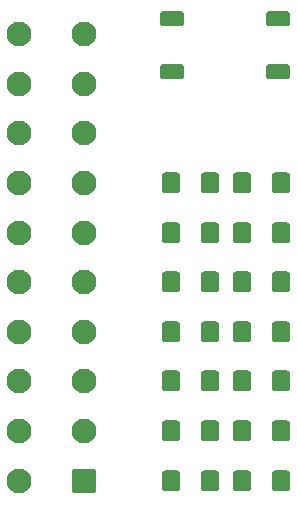
<source format=gts>
G04 #@! TF.GenerationSoftware,KiCad,Pcbnew,8.0.5*
G04 #@! TF.CreationDate,2024-11-12T19:45:38-03:00*
G04 #@! TF.ProjectId,Teste R_pido Fonte Chaveada,54657374-6520-452e-9170-69646f20466f,rev?*
G04 #@! TF.SameCoordinates,Original*
G04 #@! TF.FileFunction,Soldermask,Top*
G04 #@! TF.FilePolarity,Negative*
%FSLAX46Y46*%
G04 Gerber Fmt 4.6, Leading zero omitted, Abs format (unit mm)*
G04 Created by KiCad (PCBNEW 8.0.5) date 2024-11-12 19:45:38*
%MOMM*%
%LPD*%
G01*
G04 APERTURE LIST*
G04 Aperture macros list*
%AMRoundRect*
0 Rectangle with rounded corners*
0 $1 Rounding radius*
0 $2 $3 $4 $5 $6 $7 $8 $9 X,Y pos of 4 corners*
0 Add a 4 corners polygon primitive as box body*
4,1,4,$2,$3,$4,$5,$6,$7,$8,$9,$2,$3,0*
0 Add four circle primitives for the rounded corners*
1,1,$1+$1,$2,$3*
1,1,$1+$1,$4,$5*
1,1,$1+$1,$6,$7*
1,1,$1+$1,$8,$9*
0 Add four rect primitives between the rounded corners*
20,1,$1+$1,$2,$3,$4,$5,0*
20,1,$1+$1,$4,$5,$6,$7,0*
20,1,$1+$1,$6,$7,$8,$9,0*
20,1,$1+$1,$8,$9,$2,$3,0*%
G04 Aperture macros list end*
%ADD10RoundRect,0.228600X0.533400X0.660400X-0.533400X0.660400X-0.533400X-0.660400X0.533400X-0.660400X0*%
%ADD11RoundRect,0.228600X-0.533400X-0.660400X0.533400X-0.660400X0.533400X0.660400X-0.533400X0.660400X0*%
%ADD12RoundRect,0.315000X0.735000X0.735000X-0.735000X0.735000X-0.735000X-0.735000X0.735000X-0.735000X0*%
%ADD13C,2.100000*%
%ADD14RoundRect,0.190500X0.825500X0.444500X-0.825500X0.444500X-0.825500X-0.444500X0.825500X-0.444500X0*%
G04 APERTURE END LIST*
D10*
X125127000Y-66600000D03*
X121825000Y-66600000D03*
X125127000Y-79200000D03*
X121825000Y-79200000D03*
X125127000Y-83400000D03*
X121825000Y-83400000D03*
D11*
X115825000Y-79200000D03*
X119127000Y-79200000D03*
X115825000Y-75000000D03*
X119127000Y-75000000D03*
X115825000Y-87600000D03*
X119127000Y-87600000D03*
X121825000Y-91800000D03*
X125127000Y-91800000D03*
X115825000Y-91800000D03*
X119127000Y-91800000D03*
X115825000Y-66600000D03*
X119127000Y-66600000D03*
D12*
X108500000Y-91800000D03*
D13*
X108500000Y-87600000D03*
X108500000Y-83400000D03*
X108500000Y-79200000D03*
X108500000Y-75000000D03*
X108500000Y-70800000D03*
X108500000Y-66600000D03*
X108500000Y-62400000D03*
X108500000Y-58200000D03*
X108500000Y-54000000D03*
X103000000Y-91800000D03*
X103000000Y-87600000D03*
X103000000Y-83400000D03*
X103000000Y-79200000D03*
X103000000Y-75000000D03*
X103000000Y-70800000D03*
X103000000Y-66600000D03*
X103000000Y-62400000D03*
X103000000Y-58200000D03*
X103000000Y-54000000D03*
D11*
X115825000Y-70800000D03*
X119127000Y-70800000D03*
X121825000Y-87600000D03*
X125127000Y-87600000D03*
D10*
X125127000Y-70800000D03*
X121825000Y-70800000D03*
X125127000Y-75000000D03*
X121825000Y-75000000D03*
D11*
X115825000Y-83400000D03*
X119127000Y-83400000D03*
D14*
X124908000Y-57250000D03*
X115942000Y-57250000D03*
X124908000Y-52750000D03*
X115942000Y-52750000D03*
M02*

</source>
